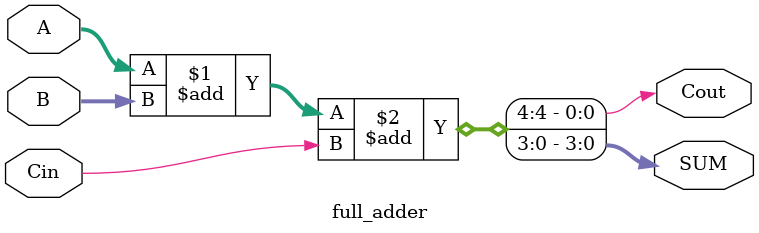
<source format=v>

module full_adder( A, B, Cin, SUM, Cout);
  output [3:0] SUM;
  output Cout;
  input  [3:0] A, B;
  input  Cin;

  assign {Cout,SUM}= A+B+Cin;

endmodule

</source>
